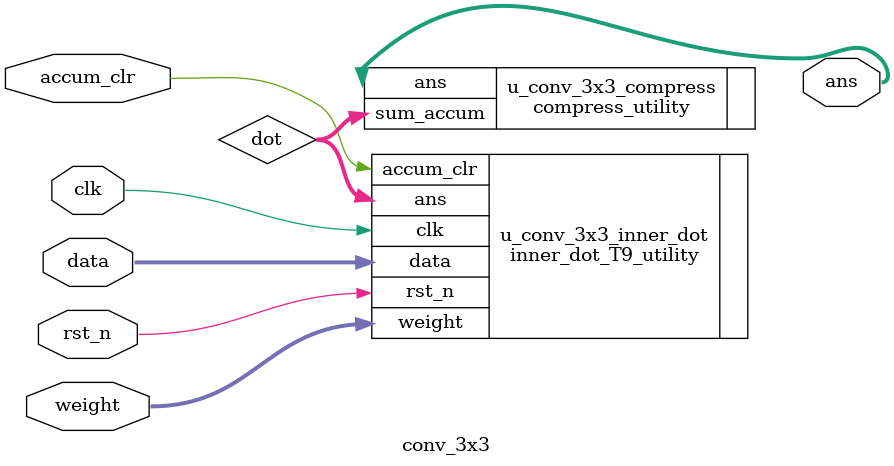
<source format=v>
`timescale 1ns/1ps
module conv_3x3 #(
    parameter SUM_WIDTH = 20
)(
    input clk,
    input rst_n,
    input accum_clr,
    input [7:0] data,
    input [7:0] weight,
    output [7:0] ans
);

    wire [19:0] dot;
    inner_dot_T9_utility #(
        .SUM_WIDTH(SUM_WIDTH)
    ) u_conv_3x3_inner_dot(
        .clk(clk),
        .rst_n(rst_n),
        .accum_clr(accum_clr),
        .data(data),
        .weight(weight),
        .ans(dot)
    );

    compress_utility #(
        .SUM_WIDTH(SUM_WIDTH)
    ) u_conv_3x3_compress(
        .sum_accum(dot),
        .ans(ans)
    );

endmodule
</source>
